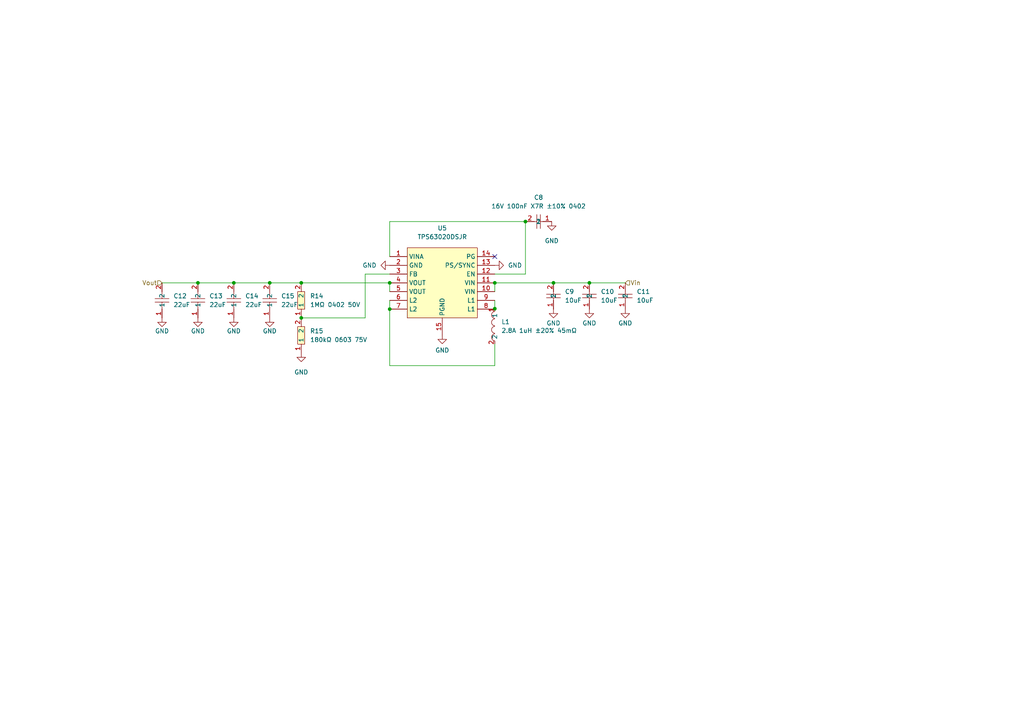
<source format=kicad_sch>
(kicad_sch (version 20211123) (generator eeschema)
  (paper "A4")
  (lib_symbols
    (symbol "easyeda2kicad: 6.3V 10uF X5R ±20% 0402"
      (property "Reference" "C" (at 0 5.08 0))
      (property "Value" " 6.3V 10uF X5R ±20% 0402" (at 0 -5.08 0))
      (symbol " 6.3V 10uF X5R ±20% 0402_0_1"
        (polyline (pts (xy -1.27 0) (xy -0.51 0)))
        (polyline (pts (xy -0.51 2.03) (xy -0.51 -2.03)))
        (polyline (pts (xy 0.51 0) (xy 1.27 0)))
        (polyline (pts (xy 0.51 2.03) (xy 0.51 -2.03)))
        (pin input line (at -3.81 0 0) (length 2.54) (name "1") (number "1"))
        (pin input line (at 3.81 0 180) (length 2.54) (name "2") (number "2"))
      )
    )
    (symbol "easyeda2kicad:16V 100nF X7R ±10% 0402"
      (property "Reference" "C" (at 0 5.08 0))
      (property "Value" "16V 100nF X7R ±10% 0402" (at 0 -5.08 0))
      (symbol "16V 100nF X7R ±10% 0402_0_1"
        (polyline (pts (xy -1.27 0) (xy -0.51 0)))
        (polyline (pts (xy -0.51 2.03) (xy -0.51 -2.03)))
        (polyline (pts (xy 0.51 0) (xy 1.27 0)))
        (polyline (pts (xy 0.51 2.03) (xy 0.51 -2.03)))
        (pin input line (at -3.81 0 0) (length 2.54) (name "1") (number "1"))
        (pin input line (at 3.81 0 180) (length 2.54) (name "2") (number "2"))
      )
    )
    (symbol "easyeda2kicad:180kΩ 0603 75V"
      (property "Reference" "R" (at 0 5.08 0))
      (property "Value" "180kΩ 0603 75V" (at 0 -5.08 0))
      (symbol "180kΩ 0603 75V_0_1"
        (rectangle (start -2.54 1.02) (end 2.54 -1.02) (fill (type background)))
        (pin input line (at -5.08 0 0) (length 2.54) (name "1") (number "1"))
        (pin input line (at 5.08 0 180) (length 2.54) (name "2") (number "2"))
      )
    )
    (symbol "easyeda2kicad:1MΩ 0402 50V"
      (property "Reference" "R" (at 0 5.08 0))
      (property "Value" "1MΩ 0402 50V" (at 0 -5.08 0))
      (symbol "1MΩ 0402 50V_0_1"
        (rectangle (start -2.54 1.02) (end 2.54 -1.02) (fill (type background)))
        (pin input line (at -5.08 0 0) (length 2.54) (name "1") (number "1"))
        (pin input line (at 5.08 0 180) (length 2.54) (name "2") (number "2"))
      )
    )
    (symbol "easyeda2kicad:2.8A 1uH ±20% 45mΩ"
      (property "Reference" "L" (at 0 5.08 0))
      (property "Value" "2.8A 1uH ±20% 45mΩ" (at 0 -5.08 0))
      (symbol "2.8A 1uH ±20% 45mΩ_0_1"
        (arc (start -4.29 -0.02) (mid -2.81 -1.01) (end -2.27 -0.02))
        (arc (start -2.13 -0.02) (mid -0.66 -1.01) (end -0.11 -0.02))
        (arc (start 0.02 -0.02) (mid 1.49 -1.01) (end 2.04 -0.02))
        (arc (start 2.21 -0.02) (mid 3.68 -1.01) (end 4.23 -0.02))
        (pin unspecified line (at -5.08 0 0) (length 0.762) (name "1") (number "1"))
        (pin unspecified line (at 5.08 0 180) (length 0.762) (name "2") (number "2"))
      )
    )
    (symbol "easyeda2kicad:6.3V 22uF X5R ±20% 0603"
      (property "Reference" "C" (at 0 5.08 0))
      (property "Value" "6.3V 22uF X5R ±20% 0603" (at 0 -5.08 0))
      (symbol "6.3V 22uF X5R ±20% 0603_0_1"
        (polyline (pts (xy -0.51 -2.03) (xy -0.51 2.03)))
        (polyline (pts (xy -0.51 0) (xy -2.54 0)))
        (polyline (pts (xy 0.51 2.03) (xy 0.51 -2.03)))
        (polyline (pts (xy 2.54 0) (xy 0.51 0)))
        (pin unspecified line (at -5.08 0 0) (length 2.54) (name "1") (number "1"))
        (pin unspecified line (at 5.08 0 180) (length 2.54) (name "2") (number "2"))
      )
    )
    (symbol "easyeda2kicad:TPS63020DSJR"
      (property "Reference" "U" (at 0 15.24 0))
      (property "Value" "TPS63020DSJR" (at 0 -17.78 0))
      (symbol "TPS63020DSJR_0_1"
        (rectangle (start -10.16 12.7) (end 10.16 -7.62) (fill (type background)))
        (pin unspecified line (at -15.24 10.16 0) (length 5.08) (name "VINA") (number "1"))
        (pin unspecified line (at 15.24 0 180) (length 5.08) (name "VIN") (number "10"))
        (pin unspecified line (at 15.24 2.54 180) (length 5.08) (name "VIN") (number "11"))
        (pin unspecified line (at 15.24 5.08 180) (length 5.08) (name "EN") (number "12"))
        (pin unspecified line (at 15.24 7.62 180) (length 5.08) (name "PS/SYNC") (number "13"))
        (pin unspecified line (at 15.24 10.16 180) (length 5.08) (name "PG") (number "14"))
        (pin unspecified line (at 0 -12.7 90) (length 5.08) (name "PGND") (number "15"))
        (pin unspecified line (at -15.24 7.62 0) (length 5.08) (name "GND") (number "2"))
        (pin unspecified line (at -15.24 5.08 0) (length 5.08) (name "FB") (number "3"))
        (pin unspecified line (at -15.24 2.54 0) (length 5.08) (name "VOUT") (number "4"))
        (pin unspecified line (at -15.24 0 0) (length 5.08) (name "VOUT") (number "5"))
        (pin unspecified line (at -15.24 -2.54 0) (length 5.08) (name "L2") (number "6"))
        (pin unspecified line (at -15.24 -5.08 0) (length 5.08) (name "L2") (number "7"))
        (pin unspecified line (at 15.24 -5.08 180) (length 5.08) (name "L1") (number "8"))
        (pin unspecified line (at 15.24 -2.54 180) (length 5.08) (name "L1") (number "9"))
      )
    )
    (symbol "power:GND" (power) (pin_names (offset 0))
      (property "Value" "GND" (at 0 -3.81 0))
      (symbol "GND_0_1"
        (polyline (pts (xy 0 0) (xy 0 -1.27) (xy 1.27 -1.27) (xy 0 -2.54) (xy -1.27 -1.27) (xy 0 -1.27)))
      )
      (symbol "GND_1_1"
        (pin power_in line (at 0 0 270) (length 0) hide (name "GND") (number "1"))
      )
    )
  )
  (junction (at 67.818 82.042))
  (junction (at 78.232 82.042))
  (junction (at 87.376 92.202))
  (junction (at 152.4 64.262))
  (junction (at 113.03 89.662))
  (junction (at 160.528 82.042))
  (junction (at 143.51 82.042))
  (junction (at 87.376 82.042))
  (junction (at 113.03 82.042))
  (junction (at 143.51 89.535))
  (junction (at 57.404 82.042))
  (junction (at 170.942 82.042))
  (no_connect (at 143.51 74.422))
  (wire (pts (xy 105.918 92.202) (xy 105.918 79.502)))
  (wire (pts (xy 57.404 82.042) (xy 67.818 82.042)))
  (wire (pts (xy 105.918 79.502) (xy 113.03 79.502)))
  (wire (pts (xy 113.03 87.122) (xy 113.03 89.662)))
  (wire (pts (xy 113.03 82.042) (xy 113.03 84.582)))
  (wire (pts (xy 46.99 82.042) (xy 57.404 82.042)))
  (wire (pts (xy 67.818 82.042) (xy 78.232 82.042)))
  (wire (pts (xy 113.03 106.045) (xy 113.03 89.662)))
  (wire (pts (xy 143.51 89.662) (xy 143.51 89.535)))
  (wire (pts (xy 143.51 82.042) (xy 143.51 84.582)))
  (wire (pts (xy 113.03 74.422) (xy 113.03 64.262)))
  (wire (pts (xy 143.51 82.042) (xy 160.528 82.042)))
  (wire (pts (xy 87.376 82.042) (xy 113.03 82.042)))
  (wire (pts (xy 143.51 79.502) (xy 152.4 79.502)))
  (wire (pts (xy 143.51 99.695) (xy 143.51 106.045)))
  (wire (pts (xy 143.51 87.122) (xy 143.51 89.535)))
  (wire (pts (xy 128.27 97.282) (xy 128.27 97.155)))
  (wire (pts (xy 113.03 64.262) (xy 152.4 64.262)))
  (wire (pts (xy 170.942 82.042) (xy 181.356 82.042)))
  (wire (pts (xy 78.232 82.042) (xy 87.376 82.042)))
  (wire (pts (xy 143.51 106.045) (xy 113.03 106.045)))
  (wire (pts (xy 152.4 64.262) (xy 152.4 79.502)))
  (wire (pts (xy 87.376 92.202) (xy 105.918 92.202)))
  (wire (pts (xy 160.528 82.042) (xy 170.942 82.042)))
  (hierarchical_label "Vout" (shape input) (at 46.99 82.042 180))
  (hierarchical_label "Vin" (shape input) (at 181.356 82.042 0))
  (symbol (lib_id "power:GND") (at 143.51 76.962 90) (unit 1)
    (property "Reference" "#PWR040" (effects hide))
    (property "Value" "GND" (at 147.32 76.9619 90) (effects (justify right)))
  )
  (symbol (lib_id "power:GND") (at 128.27 97.155 0) (unit 1)
    (property "Reference" "#PWR048" (effects hide))
    (property "Value" "GND" (at 128.27 101.6 0))
  )
  (symbol (lib_id "power:GND") (at 160.02 64.262 0) (unit 1)
    (property "Reference" "#PWR038" (effects hide))
    (property "Value" "GND" (at 160.02 69.85 0))
  )
  (symbol (lib_id "easyeda2kicad: 6.3V 10uF X5R ±20% 0402") (at 170.942 85.852 90) (unit 1)
    (property "Reference" "C10" (at 174.244 84.5819 90) (effects (justify right)))
    (property "Value" "10uF" (at 174.244 87.1219 90) (effects (justify right)))
    (property "Footprint" "easyeda2kicad:C0402" (effects hide))
    (property "Datasheet" "https://lcsc.com/product-detail/Multilayer-Ceramic-Capacitors-MLCC-SMD-SMT_SAMSUNG_CL05A106MQ5NUNC_10uF-106-20-6-3V_C15525.html" (effects hide))
    (property "Manufacturer" "SAMSUNG(三星)" (effects hide))
    (property "LCSC Part" "C15525" (effects hide))
    (property "JLC Part" "Basic Part" (effects hide))
  )
  (symbol (lib_id "power:GND") (at 160.528 89.662 0) (unit 1)
    (property "Reference" "#PWR041" (effects hide))
    (property "Value" "GND" (at 160.528 93.726 0))
  )
  (symbol (lib_id "easyeda2kicad:180kΩ 0603 75V") (at 87.376 97.282 90) (unit 1)
    (property "Reference" "R15" (at 89.916 96.0119 90) (effects (justify right)))
    (property "Value" "180kΩ 0603 75V" (at 89.916 98.5519 90) (effects (justify right)))
    (property "Footprint" "easyeda2kicad:R0603" (effects hide))
    (property "Datasheet" "https://lcsc.com/product-detail/Chip-Resistor-Surface-Mount-UniOhm_180KR-1803-1_C22827.html" (effects hide))
    (property "Manufacturer" "UNI-ROYAL(厚声)" (effects hide))
    (property "LCSC Part" "C22827" (effects hide))
    (property "JLC Part" "Basic Part" (effects hide))
  )
  (symbol (lib_id "easyeda2kicad:TPS63020DSJR") (at 128.27 84.582 0) (unit 1)
    (property "Reference" "U5" (at 128.27 66.167 0))
    (property "Value" "TPS63020DSJR" (at 128.27 68.707 0))
    (property "Footprint" "easyeda2kicad:VSON-14_L4.0-W3.0-P0.50-BL-EP_TI_DSJ" (effects hide))
    (property "Datasheet" "https://lcsc.com/product-detail/DC-DC-Converters_TI_TPS63020DSJR_TPS63020DSJR_C15483.html" (effects hide))
    (property "Manufacturer" "TI(德州仪器)" (effects hide))
    (property "LCSC Part" "C15483" (effects hide))
    (property "JLC Part" "Extended Part" (effects hide))
  )
  (symbol (lib_id "power:GND") (at 46.99 92.202 0) (unit 1)
    (property "Reference" "#PWR044" (effects hide))
    (property "Value" "GND" (at 46.99 96.012 0))
  )
  (symbol (lib_id "easyeda2kicad:6.3V 22uF X5R ±20% 0603") (at 57.404 87.122 90) (unit 1)
    (property "Reference" "C13" (at 60.706 85.8519 90) (effects (justify right)))
    (property "Value" "22uF" (at 60.706 88.3919 90) (effects (justify right)))
    (property "Footprint" "easyeda2kicad:C0603" (effects hide))
    (property "Datasheet" "https://lcsc.com/product-detail/Multilayer-Ceramic-Capacitors-MLCC-SMD-SMT_SAMSUNG_CL10A226MQ8NRNC_22uF-226-20-6-3V_C59461.html" (effects hide))
    (property "Manufacturer" "SAMSUNG(三星)" (effects hide))
    (property "LCSC Part" "C59461" (effects hide))
    (property "JLC Part" "Basic Part" (effects hide))
  )
  (symbol (lib_id "easyeda2kicad:6.3V 22uF X5R ±20% 0603") (at 78.232 87.122 90) (unit 1)
    (property "Reference" "C15" (at 81.534 85.8519 90) (effects (justify right)))
    (property "Value" "22uF" (at 81.534 88.3919 90) (effects (justify right)))
    (property "Footprint" "easyeda2kicad:C0603" (effects hide))
    (property "Datasheet" "https://lcsc.com/product-detail/Multilayer-Ceramic-Capacitors-MLCC-SMD-SMT_SAMSUNG_CL10A226MQ8NRNC_22uF-226-20-6-3V_C59461.html" (effects hide))
    (property "Manufacturer" "SAMSUNG(三星)" (effects hide))
    (property "LCSC Part" "C59461" (effects hide))
    (property "JLC Part" "Basic Part" (effects hide))
  )
  (symbol (lib_id "power:GND") (at 181.356 89.662 0) (unit 1)
    (property "Reference" "#PWR043" (effects hide))
    (property "Value" "GND" (at 181.356 93.726 0))
  )
  (symbol (lib_id "easyeda2kicad:2.8A 1uH ±20% 45mΩ") (at 143.51 94.615 270) (unit 1)
    (property "Reference" "L1" (at 145.415 93.3449 90) (effects (justify left)))
    (property "Value" "2.8A 1uH ±20% 45mΩ" (at 145.415 95.8849 90) (effects (justify left)))
    (property "Footprint" "easyeda2kicad:IND-SMD_L2.5-W2.0" (effects hide))
    (property "Datasheet" "https://lcsc.com/product-detail/Inductors-SMD_INPAQ-WIP252010P-1R0ML_C315715.html" (effects hide))
    (property "Manufacturer" "INPAQ(佳邦)" (effects hide))
    (property "LCSC Part" "C315715" (effects hide))
    (property "JLC Part" "Extended Part" (effects hide))
  )
  (symbol (lib_id "easyeda2kicad: 6.3V 10uF X5R ±20% 0402") (at 181.356 85.852 90) (unit 1)
    (property "Reference" "C11" (at 184.658 84.5819 90) (effects (justify right)))
    (property "Value" "10uF" (at 184.658 87.1219 90) (effects (justify right)))
    (property "Footprint" "easyeda2kicad:C0402" (effects hide))
    (property "Datasheet" "https://lcsc.com/product-detail/Multilayer-Ceramic-Capacitors-MLCC-SMD-SMT_SAMSUNG_CL05A106MQ5NUNC_10uF-106-20-6-3V_C15525.html" (effects hide))
    (property "Manufacturer" "SAMSUNG(三星)" (effects hide))
    (property "LCSC Part" "C15525" (effects hide))
    (property "JLC Part" "Basic Part" (effects hide))
  )
  (symbol (lib_id "easyeda2kicad:16V 100nF X7R ±10% 0402") (at 156.21 64.262 180) (unit 1)
    (property "Reference" "C8" (at 156.21 57.277 0))
    (property "Value" "16V 100nF X7R ±10% 0402" (at 156.21 59.817 0))
    (property "Footprint" "easyeda2kicad:C0402_NEW" (effects hide))
    (property "Datasheet" "https://lcsc.com/product-detail/Multilayer-Ceramic-Capacitors-MLCC-SMD-SMT_SAMSUNG_CL05B104KO5NNNC_100nF-104-10-16V_C1525.html" (effects hide))
    (property "Manufacturer" "SAMSUNG(三星)" (effects hide))
    (property "LCSC Part" "C1525" (effects hide))
    (property "JLC Part" "Basic Part" (effects hide))
  )
  (symbol (lib_id "power:GND") (at 67.818 92.202 0) (unit 1)
    (property "Reference" "#PWR046" (effects hide))
    (property "Value" "GND" (at 67.818 96.012 0))
  )
  (symbol (lib_id "easyeda2kicad:1MΩ 0402 50V") (at 87.376 87.122 90) (unit 1)
    (property "Reference" "R14" (at 89.916 85.8519 90) (effects (justify right)))
    (property "Value" "1MΩ 0402 50V" (at 89.916 88.3919 90) (effects (justify right)))
    (property "Footprint" "easyeda2kicad:R0402" (effects hide))
    (property "Datasheet" "https://lcsc.com/product-detail/Chip-Resistor-Surface-Mount-UniOhm_1MR-1004-1_C26083.html" (effects hide))
    (property "Manufacturer" "UNI-ROYAL(厚声)" (effects hide))
    (property "LCSC Part" "C26083" (effects hide))
    (property "JLC Part" "Basic Part" (effects hide))
  )
  (symbol (lib_id "power:GND") (at 57.404 92.202 0) (unit 1)
    (property "Reference" "#PWR045" (effects hide))
    (property "Value" "GND" (at 57.404 96.012 0))
  )
  (symbol (lib_id "easyeda2kicad:6.3V 22uF X5R ±20% 0603") (at 67.818 87.122 90) (unit 1)
    (property "Reference" "C14" (at 71.12 85.8519 90) (effects (justify right)))
    (property "Value" "22uF" (at 71.12 88.3919 90) (effects (justify right)))
    (property "Footprint" "easyeda2kicad:C0603" (effects hide))
    (property "Datasheet" "https://lcsc.com/product-detail/Multilayer-Ceramic-Capacitors-MLCC-SMD-SMT_SAMSUNG_CL10A226MQ8NRNC_22uF-226-20-6-3V_C59461.html" (effects hide))
    (property "Manufacturer" "SAMSUNG(三星)" (effects hide))
    (property "LCSC Part" "C59461" (effects hide))
    (property "JLC Part" "Basic Part" (effects hide))
  )
  (symbol (lib_id "power:GND") (at 87.376 102.362 0) (unit 1)
    (property "Reference" "#PWR049" (effects hide))
    (property "Value" "GND" (at 87.376 107.95 0))
  )
  (symbol (lib_id "easyeda2kicad: 6.3V 10uF X5R ±20% 0402") (at 160.528 85.852 90) (unit 1)
    (property "Reference" "C9" (at 163.83 84.5819 90) (effects (justify right)))
    (property "Value" "10uF" (at 163.83 87.1219 90) (effects (justify right)))
    (property "Footprint" "easyeda2kicad:C0402" (effects hide))
    (property "Datasheet" "https://lcsc.com/product-detail/Multilayer-Ceramic-Capacitors-MLCC-SMD-SMT_SAMSUNG_CL05A106MQ5NUNC_10uF-106-20-6-3V_C15525.html" (effects hide))
    (property "Manufacturer" "SAMSUNG(三星)" (effects hide))
    (property "LCSC Part" "C15525" (effects hide))
    (property "JLC Part" "Basic Part" (effects hide))
  )
  (symbol (lib_id "power:GND") (at 170.942 89.662 0) (unit 1)
    (property "Reference" "#PWR042" (effects hide))
    (property "Value" "GND" (at 170.942 93.726 0))
  )
  (symbol (lib_id "power:GND") (at 113.03 76.962 270) (unit 1)
    (property "Reference" "#PWR039" (effects hide))
    (property "Value" "GND" (at 109.22 76.9619 90) (effects (justify right)))
  )
  (symbol (lib_id "power:GND") (at 78.232 92.202 0) (unit 1)
    (property "Reference" "#PWR047" (effects hide))
    (property "Value" "GND" (at 78.232 96.012 0))
  )
  (symbol (lib_id "easyeda2kicad:6.3V 22uF X5R ±20% 0603") (at 46.99 87.122 90) (unit 1)
    (property "Reference" "C12" (at 50.292 85.8519 90) (effects (justify right)))
    (property "Value" "22uF" (at 50.292 88.3919 90) (effects (justify right)))
    (property "Footprint" "easyeda2kicad:C0603" (effects hide))
    (property "Datasheet" "https://lcsc.com/product-detail/Multilayer-Ceramic-Capacitors-MLCC-SMD-SMT_SAMSUNG_CL10A226MQ8NRNC_22uF-226-20-6-3V_C59461.html" (effects hide))
    (property "Manufacturer" "SAMSUNG(三星)" (effects hide))
    (property "LCSC Part" "C59461" (effects hide))
    (property "JLC Part" "Basic Part" (effects hide))
  )
)
</source>
